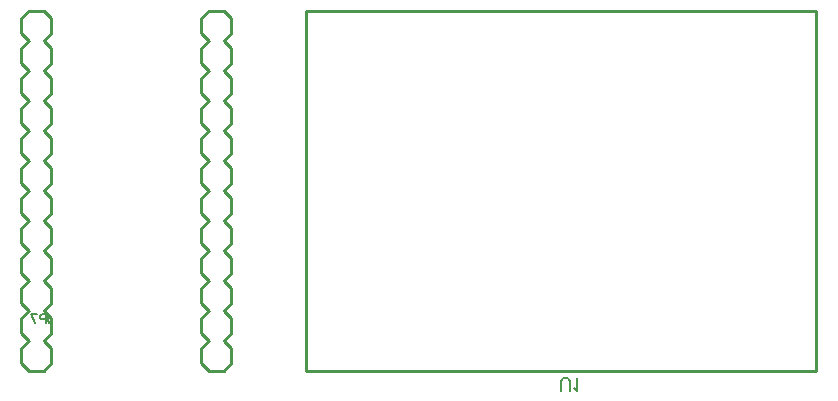
<source format=gbo>
G04 Layer: BottomSilkLayer*
G04 EasyEDA v6.4.19.5, 2021-06-12T21:58:25+03:00*
G04 1ff6661c721349f79f7509290fd69735,53ba2d9ccfca4158b71df57a2e042f82,10*
G04 Gerber Generator version 0.2*
G04 Scale: 100 percent, Rotated: No, Reflected: No *
G04 Dimensions in millimeters *
G04 leading zeros omitted , absolute positions ,4 integer and 5 decimal *
%FSLAX45Y45*%
%MOMM*%

%ADD10C,0.2540*%
%ADD27C,0.1524*%

%LPD*%
D27*
X1370076Y-6125463D02*
G01*
X1370076Y-6181089D01*
X1373378Y-6191250D01*
X1376934Y-6194805D01*
X1383792Y-6198362D01*
X1390650Y-6198362D01*
X1397762Y-6194805D01*
X1401063Y-6191250D01*
X1404620Y-6181089D01*
X1404620Y-6173978D01*
X1347215Y-6125463D02*
G01*
X1347215Y-6198362D01*
X1347215Y-6125463D02*
G01*
X1315973Y-6125463D01*
X1305560Y-6129020D01*
X1302004Y-6132576D01*
X1298702Y-6139434D01*
X1298702Y-6149847D01*
X1302004Y-6156705D01*
X1305560Y-6160262D01*
X1315973Y-6163563D01*
X1347215Y-6163563D01*
X1227328Y-6125463D02*
G01*
X1261871Y-6198362D01*
X1275842Y-6125463D02*
G01*
X1227328Y-6125463D01*
X5715000Y-6770115D02*
G01*
X5715000Y-6692137D01*
X5720079Y-6676644D01*
X5730493Y-6666229D01*
X5746241Y-6661150D01*
X5756656Y-6661150D01*
X5772150Y-6666229D01*
X5782563Y-6676644D01*
X5787643Y-6692137D01*
X5787643Y-6770115D01*
X5821934Y-6749287D02*
G01*
X5832347Y-6754621D01*
X5848095Y-6770115D01*
X5848095Y-6661150D01*
D10*
X1143000Y-6032500D02*
G01*
X1206500Y-6096000D01*
X1143000Y-6159500D01*
X1143000Y-6286500D01*
X1206500Y-6350000D01*
X1143000Y-6413500D01*
X1143000Y-6540500D01*
X1206500Y-6604000D01*
X1333500Y-6604000D01*
X1397000Y-6540500D01*
X1397000Y-6413500D01*
X1333500Y-6350000D01*
X1397000Y-6286500D01*
X1397000Y-6159500D01*
X1333500Y-6096000D01*
X1397000Y-6032500D01*
X1397000Y-5905500D01*
X1333500Y-5842000D01*
X1397000Y-5778500D01*
X1397000Y-5651500D01*
X1333500Y-5588000D01*
X1397000Y-5524500D01*
X1397000Y-5397500D01*
X1333500Y-5334000D01*
X1397000Y-5270500D01*
X1397000Y-5143500D01*
X1333500Y-5080000D01*
X1397000Y-5016500D01*
X1397000Y-4889500D01*
X1333500Y-4826000D01*
X1397000Y-4762500D01*
X1397000Y-4635500D01*
X1333500Y-4572000D01*
X1397000Y-4508500D01*
X1397000Y-4381500D01*
X1333500Y-4318000D01*
X1397000Y-4254500D01*
X1397000Y-4127500D01*
X1333500Y-4064000D01*
X1397000Y-4000500D01*
X1397000Y-3873500D01*
X1333500Y-3810000D01*
X1397000Y-3746500D01*
X1397000Y-3619500D01*
X1333500Y-3556000D01*
X1206500Y-3556000D01*
X1143000Y-3619500D01*
X1143000Y-3746500D01*
X1206500Y-3810000D01*
X1143000Y-3873500D01*
X1143000Y-4000500D01*
X1206500Y-4064000D01*
X1143000Y-4127500D01*
X1143000Y-4254500D01*
X1206500Y-4318000D01*
X1143000Y-4381500D01*
X1143000Y-4508500D01*
X1206500Y-4572000D01*
X1143000Y-4635500D01*
X1143000Y-4762500D01*
X1206500Y-4826000D01*
X1143000Y-4889500D01*
X1143000Y-5016500D01*
X1206500Y-5080000D01*
X1143000Y-5143500D01*
X1143000Y-5270500D01*
X1206500Y-5334000D01*
X1143000Y-5397500D01*
X1143000Y-5524500D01*
X1206500Y-5588000D01*
X1143000Y-5651500D01*
X1143000Y-5778500D01*
X1206500Y-5842000D01*
X1143000Y-5905500D01*
X1143000Y-6032500D01*
X2921000Y-4127500D02*
G01*
X2857500Y-4064000D01*
X2921000Y-4000500D01*
X2921000Y-3873500D01*
X2857500Y-3810000D01*
X2921000Y-3746500D01*
X2921000Y-3619500D01*
X2857500Y-3556000D01*
X2730500Y-3556000D01*
X2667000Y-3619500D01*
X2667000Y-3746500D01*
X2730500Y-3810000D01*
X2667000Y-3873500D01*
X2667000Y-4000500D01*
X2730500Y-4064000D01*
X2667000Y-4127500D01*
X2667000Y-4254500D01*
X2730500Y-4318000D01*
X2667000Y-4381500D01*
X2667000Y-4508500D01*
X2730500Y-4572000D01*
X2667000Y-4635500D01*
X2667000Y-4762500D01*
X2730500Y-4826000D01*
X2667000Y-4889500D01*
X2667000Y-5016500D01*
X2730500Y-5080000D01*
X2667000Y-5143500D01*
X2667000Y-5270500D01*
X2730500Y-5334000D01*
X2667000Y-5397500D01*
X2667000Y-5524500D01*
X2730500Y-5588000D01*
X2667000Y-5651500D01*
X2667000Y-5778500D01*
X2730500Y-5842000D01*
X2667000Y-5905500D01*
X2667000Y-6032500D01*
X2730500Y-6096000D01*
X2667000Y-6159500D01*
X2667000Y-6286500D01*
X2730500Y-6350000D01*
X2667000Y-6413500D01*
X2667000Y-6540500D01*
X2730500Y-6604000D01*
X2857500Y-6604000D01*
X2921000Y-6540500D01*
X2921000Y-6413500D01*
X2857500Y-6350000D01*
X2921000Y-6286500D01*
X2921000Y-6159500D01*
X2857500Y-6096000D01*
X2921000Y-6032500D01*
X2921000Y-5905500D01*
X2857500Y-5842000D01*
X2921000Y-5778500D01*
X2921000Y-5651500D01*
X2857500Y-5588000D01*
X2921000Y-5524500D01*
X2921000Y-5397500D01*
X2857500Y-5334000D01*
X2921000Y-5270500D01*
X2921000Y-5143500D01*
X2857500Y-5080000D01*
X2921000Y-5016500D01*
X2921000Y-4889500D01*
X2857500Y-4826000D01*
X2921000Y-4762500D01*
X2921000Y-4635500D01*
X2857500Y-4572000D01*
X2921000Y-4508500D01*
X2921000Y-4381500D01*
X2857500Y-4318000D01*
X2921000Y-4254500D01*
X2921000Y-4127500D01*
X3556000Y-6604000D02*
G01*
X7874000Y-6604000D01*
X7874000Y-3556000D01*
X3556000Y-3556000D01*
X3556000Y-6604000D01*
M02*

</source>
